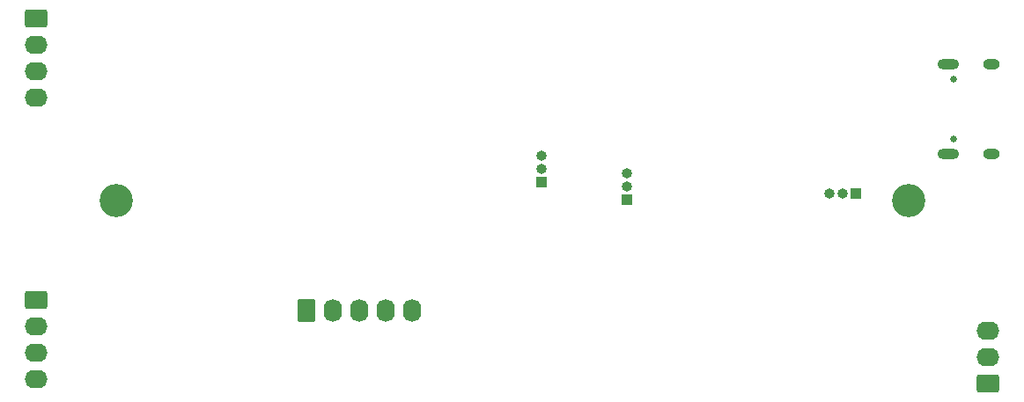
<source format=gbr>
%TF.GenerationSoftware,KiCad,Pcbnew,8.0.5*%
%TF.CreationDate,2024-10-29T11:33:28-05:00*%
%TF.ProjectId,golf_club_draft,676f6c66-5f63-46c7-9562-5f6472616674,rev?*%
%TF.SameCoordinates,Original*%
%TF.FileFunction,Soldermask,Bot*%
%TF.FilePolarity,Negative*%
%FSLAX46Y46*%
G04 Gerber Fmt 4.6, Leading zero omitted, Abs format (unit mm)*
G04 Created by KiCad (PCBNEW 8.0.5) date 2024-10-29 11:33:28*
%MOMM*%
%LPD*%
G01*
G04 APERTURE LIST*
G04 Aperture macros list*
%AMRoundRect*
0 Rectangle with rounded corners*
0 $1 Rounding radius*
0 $2 $3 $4 $5 $6 $7 $8 $9 X,Y pos of 4 corners*
0 Add a 4 corners polygon primitive as box body*
4,1,4,$2,$3,$4,$5,$6,$7,$8,$9,$2,$3,0*
0 Add four circle primitives for the rounded corners*
1,1,$1+$1,$2,$3*
1,1,$1+$1,$4,$5*
1,1,$1+$1,$6,$7*
1,1,$1+$1,$8,$9*
0 Add four rect primitives between the rounded corners*
20,1,$1+$1,$2,$3,$4,$5,0*
20,1,$1+$1,$4,$5,$6,$7,0*
20,1,$1+$1,$6,$7,$8,$9,0*
20,1,$1+$1,$8,$9,$2,$3,0*%
G04 Aperture macros list end*
%ADD10R,1.000000X1.000000*%
%ADD11O,1.000000X1.000000*%
%ADD12RoundRect,0.250000X-0.845000X0.620000X-0.845000X-0.620000X0.845000X-0.620000X0.845000X0.620000X0*%
%ADD13O,2.190000X1.740000*%
%ADD14C,3.200000*%
%ADD15RoundRect,0.250000X0.845000X-0.620000X0.845000X0.620000X-0.845000X0.620000X-0.845000X-0.620000X0*%
%ADD16RoundRect,0.250000X-0.620000X-0.845000X0.620000X-0.845000X0.620000X0.845000X-0.620000X0.845000X0*%
%ADD17O,1.740000X2.190000*%
%ADD18C,0.650000*%
%ADD19O,2.100000X1.000000*%
%ADD20O,1.600000X1.000000*%
G04 APERTURE END LIST*
D10*
%TO.C,Q1*%
X124866400Y-50139600D03*
D11*
X123596400Y-50139600D03*
X122326400Y-50139600D03*
%TD*%
D12*
%TO.C,FSR_V1*%
X45974000Y-60350400D03*
D13*
X45974000Y-62890400D03*
X45974000Y-65430400D03*
X45974000Y-67970400D03*
%TD*%
D10*
%TO.C,Q3*%
X94564600Y-49027000D03*
D11*
X94564600Y-47757000D03*
X94564600Y-46487000D03*
%TD*%
D12*
%TO.C,FSR_IO1*%
X45974000Y-33223200D03*
D13*
X45974000Y-35763200D03*
X45974000Y-38303200D03*
X45974000Y-40843200D03*
%TD*%
D14*
%TO.C,H2*%
X129895600Y-50800000D03*
%TD*%
D15*
%TO.C,BATTIO1*%
X137515600Y-68376800D03*
D13*
X137515600Y-65836800D03*
X137515600Y-63296800D03*
%TD*%
D16*
%TO.C,IMU_IO1*%
X72034400Y-61386400D03*
D17*
X74574400Y-61386400D03*
X77114400Y-61386400D03*
X79654400Y-61386400D03*
X82194400Y-61386400D03*
%TD*%
D18*
%TO.C,J1*%
X134221200Y-44848800D03*
X134221200Y-39068800D03*
D19*
X133691200Y-46278800D03*
D20*
X137871200Y-46278800D03*
D19*
X133691200Y-37638800D03*
D20*
X137871200Y-37638800D03*
%TD*%
D10*
%TO.C,Q2*%
X102819200Y-50698400D03*
D11*
X102819200Y-49428400D03*
X102819200Y-48158400D03*
%TD*%
D14*
%TO.C,H1*%
X53695600Y-50800000D03*
%TD*%
M02*

</source>
